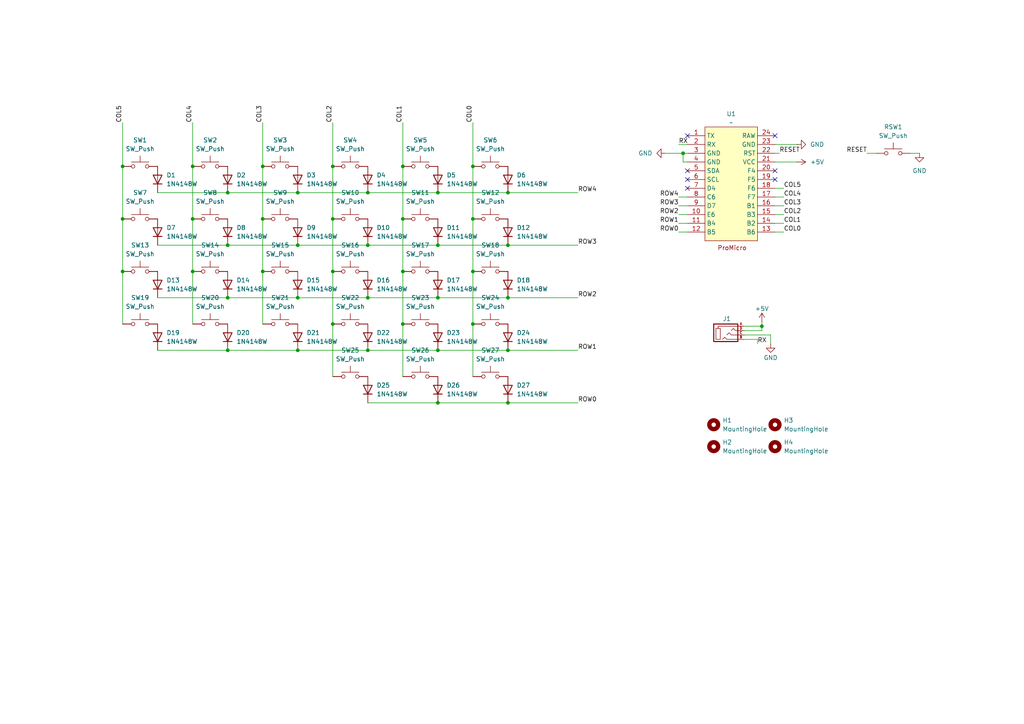
<source format=kicad_sch>
(kicad_sch (version 20231120) (generator "eeschema") (generator_version "8.0")
  (paper "A4")
  (title_block (title "Calico") (date "2024-12-08"))
  (lib_symbols
    (symbol "Diode:1N4148W" (pin_numbers hide) (pin_names hide)
      (property "Reference" "D" (at 0 2.54 0))
      (property "Value" "1N4148W" (at 0 -2.54 0))
      (symbol "1N4148W_0_1"
        (polyline (pts (xy -1.27 1.27) (xy -1.27 -1.27)) (stroke (width 0.254)))
        (polyline (pts (xy 1.27 0) (xy -1.27 0)))
        (polyline (pts (xy 1.27 1.27) (xy 1.27 -1.27) (xy -1.27 0) (xy 1.27 1.27)) (stroke (width 0.254)))
      )
      (symbol "1N4148W_1_1"
        (pin passive line (at -3.81 0 0) (length 2.54) (name "K") (number "1"))
        (pin passive line (at 3.81 0 180) (length 2.54) (name "A") (number "2"))
      )
    )
    (symbol "Mechanical:MountingHole" (pin_names (offset 1.016)) (exclude_from_sim yes) (in_bom no)
      (property "Reference" "H" (at 0 5.08 0))
      (property "Value" "MountingHole" (at 0 3.175 0))
      (symbol "MountingHole_0_1"
        (circle (center 0 0) (radius 1.27) (stroke (width 1.27)))
      )
    )
    (symbol "Switch:SW_Push" (pin_numbers hide) (pin_names (offset 1.016) hide)
      (property "Reference" "SW" (at 1.27 2.54 0))
      (property "Value" "SW_Push" (at 0 -1.524 0))
      (symbol "SW_Push_0_1"
        (circle (center -2.032 0) (radius 0.508))
        (polyline (pts (xy 0 1.27) (xy 0 3.048)))
        (polyline (pts (xy 2.54 1.27) (xy -2.54 1.27)))
        (circle (center 2.032 0) (radius 0.508))
        (pin passive line (at -5.08 0 0) (length 2.54) (name "1") (number "1"))
        (pin passive line (at 5.08 0 180) (length 2.54) (name "2") (number "2"))
      )
    )
    (symbol "calico:MJ-4PP-9-kbd-corne-light-rescue" (pin_names (offset 1.016))
      (property "Reference" "J" (at 0 3.81 0))
      (property "Value" "MJ-4PP-9-kbd-corne-light-rescue" (at 0 -3.81 0))
      (symbol "MJ-4PP-9-kbd-corne-light-rescue_0_1"
        (rectangle (start -1.905 -1.905) (end -3.175 1.27))
        (polyline (pts (xy -2.54 1.27) (xy -2.54 1.905) (xy 3.175 1.905)))
        (polyline (pts (xy -1.27 -1.905) (xy -0.635 -1.27) (xy 0 -1.905) (xy 3.175 -1.905)))
        (polyline (pts (xy 0 -0.635) (xy 0.635 0) (xy 1.27 -0.635) (xy 3.175 -0.635)))
        (polyline (pts (xy 1.27 0.635) (xy 1.905 1.27) (xy 2.54 0.635) (xy 3.175 0.635)))
        (rectangle (start 3.175 2.54) (end -3.81 -2.54) (stroke (width 0.3048)))
      )
      (symbol "MJ-4PP-9-kbd-corne-light-rescue_1_1"
        (pin input line (at 5.08 1.905 180) (length 2.0066) (name "~") (number "A"))
        (pin input line (at 5.08 -1.905 180) (length 2.0066) (name "~") (number "B"))
        (pin input line (at 5.08 -0.635 180) (length 2.0066) (name "~") (number "C"))
        (pin input line (at 5.08 0.635 180) (length 2.0066) (name "~") (number "D"))
      )
    )
    (symbol "calico:ProMicro"
      (property "Reference" "U" (at 0.254 -0.508 0))
      (symbol "ProMicro_0_1"
        (rectangle (start -7.62 15.24) (end 7.62 -17.78) (fill (type background)))
      )
      (symbol "ProMicro_1_1"
        (text "ProMicro" (at 0.254 -19.812 0) (effects (font (size 1.27 1.27))))
        (pin passive line (at -12.7 12.7 0) (length 5.08) (name "TX") (number "1"))
        (pin passive line (at -12.7 -10.16 0) (length 5.08) (name "E6") (number "10"))
        (pin passive line (at -12.7 -12.7 0) (length 5.08) (name "B4") (number "11"))
        (pin passive line (at -12.7 -15.24 0) (length 5.08) (name "B5") (number "12"))
        (pin passive line (at 12.7 -15.24 180) (length 5.08) (name "B6") (number "13"))
        (pin passive line (at 12.7 -12.7 180) (length 5.08) (name "B2") (number "14"))
        (pin passive line (at 12.7 -10.16 180) (length 5.08) (name "B3") (number "15"))
        (pin passive line (at 12.7 -7.62 180) (length 5.08) (name "B1") (number "16"))
        (pin passive line (at 12.7 -5.08 180) (length 5.08) (name "F7") (number "17"))
        (pin passive line (at 12.7 -2.54 180) (length 5.08) (name "F6") (number "18"))
        (pin passive line (at 12.7 0 180) (length 5.08) (name "F5") (number "19"))
        (pin passive line (at -12.7 10.16 0) (length 5.08) (name "RX") (number "2"))
        (pin passive line (at 12.7 2.54 180) (length 5.08) (name "F4") (number "20"))
        (pin passive line (at 12.7 5.08 180) (length 5.08) (name "VCC") (number "21"))
        (pin passive line (at 12.7 7.62 180) (length 5.08) (name "RST") (number "22"))
        (pin passive line (at 12.7 10.16 180) (length 5.08) (name "GND") (number "23"))
        (pin passive line (at 12.7 12.7 180) (length 5.08) (name "RAW") (number "24"))
        (pin passive line (at -12.7 7.62 0) (length 5.08) (name "GND") (number "3"))
        (pin passive line (at -12.7 5.08 0) (length 5.08) (name "GND") (number "4"))
        (pin passive line (at -12.7 2.54 0) (length 5.08) (name "SDA") (number "5"))
        (pin passive line (at -12.7 0 0) (length 5.08) (name "SCL") (number "6"))
        (pin passive line (at -12.7 -2.54 0) (length 5.08) (name "D4") (number "7"))
        (pin passive line (at -12.7 -5.08 0) (length 5.08) (name "C6") (number "8"))
        (pin passive line (at -12.7 -7.62 0) (length 5.08) (name "D7") (number "9"))
      )
    )
    (symbol "power:+5V" (power) (pin_numbers hide) (pin_names (offset 0) hide)
      (property "Value" "+5V" (at 0 3.556 0))
      (symbol "+5V_0_1"
        (polyline (pts (xy -0.762 1.27) (xy 0 2.54)))
        (polyline (pts (xy 0 0) (xy 0 2.54)))
        (polyline (pts (xy 0 2.54) (xy 0.762 1.27)))
      )
      (symbol "+5V_1_1"
        (pin power_in line (at 0 0 90) (length 0) (name "~") (number "1"))
      )
    )
    (symbol "power:GND" (power) (pin_numbers hide) (pin_names (offset 0) hide)
      (property "Value" "GND" (at 0 -3.81 0))
      (symbol "GND_0_1"
        (polyline (pts (xy 0 0) (xy 0 -1.27) (xy 1.27 -1.27) (xy 0 -2.54) (xy -1.27 -1.27) (xy 0 -1.27)))
      )
      (symbol "GND_1_1"
        (pin power_in line (at 0 0 270) (length 0) (name "~") (number "1"))
      )
    )
  )
  (junction (at 66.04 71.12))
  (junction (at 137.16 48.26))
  (junction (at 106.68 101.6))
  (junction (at 55.88 78.74))
  (junction (at 76.2 48.26))
  (junction (at 96.52 48.26))
  (junction (at 147.32 101.6))
  (junction (at 116.84 63.5))
  (junction (at 55.88 63.5))
  (junction (at 116.84 48.26))
  (junction (at 106.68 55.88))
  (junction (at 127 101.6))
  (junction (at 127 86.36))
  (junction (at 147.32 55.88))
  (junction (at 137.16 63.5))
  (junction (at 86.36 101.6))
  (junction (at 55.88 48.26))
  (junction (at 35.56 63.5))
  (junction (at 76.2 63.5))
  (junction (at 127 116.84))
  (junction (at 66.04 101.6))
  (junction (at 220.98 94.615))
  (junction (at 35.56 48.26))
  (junction (at 35.56 78.74))
  (junction (at 66.04 86.36))
  (junction (at 96.52 93.98))
  (junction (at 86.36 86.36))
  (junction (at 147.32 116.84))
  (junction (at 127 55.88))
  (junction (at 127 71.12))
  (junction (at 137.16 78.74))
  (junction (at 106.68 86.36))
  (junction (at 147.32 86.36))
  (junction (at 76.2 78.74))
  (junction (at 198.12 44.45))
  (junction (at 86.36 55.88))
  (junction (at 96.52 78.74))
  (junction (at 116.84 93.98))
  (junction (at 96.52 63.5))
  (junction (at 116.84 78.74))
  (junction (at 106.68 71.12))
  (junction (at 137.16 93.98))
  (junction (at 86.36 71.12))
  (junction (at 147.32 71.12))
  (junction (at 66.04 55.88))
  (no_connect (at 224.79 49.53))
  (no_connect (at 199.39 54.61))
  (no_connect (at 199.39 39.37))
  (no_connect (at 199.39 49.53))
  (no_connect (at 224.79 39.37))
  (no_connect (at 199.39 52.07))
  (no_connect (at 224.79 52.07))
  (wire (pts (xy 76.2 63.5) (xy 76.2 78.74)))
  (wire (pts (xy 264.16 44.45) (xy 266.7 44.45)))
  (wire (pts (xy 45.72 101.6) (xy 66.04 101.6)))
  (wire (pts (xy 106.68 71.12) (xy 127 71.12)))
  (wire (pts (xy 96.52 35.56) (xy 96.52 48.26)))
  (wire (pts (xy 116.84 48.26) (xy 116.84 63.5)))
  (wire (pts (xy 127 71.12) (xy 147.32 71.12)))
  (wire (pts (xy 224.79 54.61) (xy 227.33 54.61)))
  (wire (pts (xy 55.88 63.5) (xy 55.88 78.74)))
  (wire (pts (xy 35.56 63.5) (xy 35.56 78.74)))
  (wire (pts (xy 223.52 97.155) (xy 223.52 99.695)))
  (wire (pts (xy 116.84 93.98) (xy 116.84 109.22)))
  (wire (pts (xy 55.88 48.26) (xy 55.88 63.5)))
  (wire (pts (xy 147.32 86.36) (xy 167.64 86.36)))
  (wire (pts (xy 127 116.84) (xy 147.32 116.84)))
  (wire (pts (xy 86.36 101.6) (xy 106.68 101.6)))
  (wire (pts (xy 55.88 78.74) (xy 55.88 93.98)))
  (wire (pts (xy 116.84 35.56) (xy 116.84 48.26)))
  (wire (pts (xy 224.79 62.23) (xy 227.33 62.23)))
  (wire (pts (xy 220.98 95.885) (xy 220.98 94.615)))
  (wire (pts (xy 147.32 71.12) (xy 167.64 71.12)))
  (wire (pts (xy 45.72 86.36) (xy 66.04 86.36)))
  (wire (pts (xy 196.85 62.23) (xy 199.39 62.23)))
  (wire (pts (xy 137.16 48.26) (xy 137.16 63.5)))
  (wire (pts (xy 127 86.36) (xy 147.32 86.36)))
  (wire (pts (xy 66.04 71.12) (xy 86.36 71.12)))
  (wire (pts (xy 199.39 46.99) (xy 198.12 46.99)))
  (wire (pts (xy 86.36 55.88) (xy 106.68 55.88)))
  (wire (pts (xy 193.04 44.45) (xy 198.12 44.45)))
  (wire (pts (xy 196.85 41.91) (xy 199.39 41.91)))
  (wire (pts (xy 66.04 101.6) (xy 86.36 101.6)))
  (wire (pts (xy 224.79 41.91) (xy 231.14 41.91)))
  (wire (pts (xy 45.72 71.12) (xy 66.04 71.12)))
  (wire (pts (xy 147.32 55.88) (xy 167.64 55.88)))
  (wire (pts (xy 224.79 67.31) (xy 227.33 67.31)))
  (wire (pts (xy 137.16 35.56) (xy 137.16 48.26)))
  (wire (pts (xy 106.68 101.6) (xy 127 101.6)))
  (wire (pts (xy 224.79 44.45) (xy 226.06 44.45)))
  (wire (pts (xy 127 55.88) (xy 147.32 55.88)))
  (wire (pts (xy 66.04 86.36) (xy 86.36 86.36)))
  (wire (pts (xy 219.71 98.425) (xy 215.9 98.425)))
  (wire (pts (xy 137.16 93.98) (xy 137.16 109.22)))
  (wire (pts (xy 106.68 55.88) (xy 127 55.88)))
  (wire (pts (xy 96.52 48.26) (xy 96.52 63.5)))
  (wire (pts (xy 35.56 35.56) (xy 35.56 48.26)))
  (wire (pts (xy 219.71 99.695) (xy 219.71 98.425)))
  (wire (pts (xy 96.52 93.98) (xy 96.52 109.22)))
  (wire (pts (xy 224.79 64.77) (xy 227.33 64.77)))
  (wire (pts (xy 196.85 67.31) (xy 199.39 67.31)))
  (wire (pts (xy 137.16 63.5) (xy 137.16 78.74)))
  (wire (pts (xy 116.84 63.5) (xy 116.84 78.74)))
  (wire (pts (xy 76.2 35.56) (xy 76.2 48.26)))
  (wire (pts (xy 106.68 86.36) (xy 127 86.36)))
  (wire (pts (xy 251.46 44.45) (xy 254 44.45)))
  (wire (pts (xy 224.79 46.99) (xy 231.14 46.99)))
  (wire (pts (xy 220.98 94.615) (xy 220.98 93.345)))
  (wire (pts (xy 224.79 59.69) (xy 227.33 59.69)))
  (wire (pts (xy 224.79 57.15) (xy 227.33 57.15)))
  (wire (pts (xy 55.88 35.56) (xy 55.88 48.26)))
  (wire (pts (xy 196.85 57.15) (xy 199.39 57.15)))
  (wire (pts (xy 215.9 94.615) (xy 220.98 94.615)))
  (wire (pts (xy 96.52 78.74) (xy 96.52 93.98)))
  (wire (pts (xy 215.9 97.155) (xy 223.52 97.155)))
  (wire (pts (xy 198.12 44.45) (xy 199.39 44.45)))
  (wire (pts (xy 137.16 78.74) (xy 137.16 93.98)))
  (wire (pts (xy 147.32 116.84) (xy 167.64 116.84)))
  (wire (pts (xy 35.56 48.26) (xy 35.56 63.5)))
  (wire (pts (xy 76.2 78.74) (xy 76.2 93.98)))
  (wire (pts (xy 196.85 64.77) (xy 199.39 64.77)))
  (wire (pts (xy 116.84 78.74) (xy 116.84 93.98)))
  (wire (pts (xy 106.68 116.84) (xy 127 116.84)))
  (wire (pts (xy 76.2 48.26) (xy 76.2 63.5)))
  (wire (pts (xy 147.32 101.6) (xy 167.64 101.6)))
  (wire (pts (xy 35.56 78.74) (xy 35.56 93.98)))
  (wire (pts (xy 127 101.6) (xy 147.32 101.6)))
  (wire (pts (xy 86.36 86.36) (xy 106.68 86.36)))
  (wire (pts (xy 96.52 63.5) (xy 96.52 78.74)))
  (wire (pts (xy 198.12 46.99) (xy 198.12 44.45)))
  (wire (pts (xy 66.04 55.88) (xy 86.36 55.88)))
  (wire (pts (xy 215.9 95.885) (xy 220.98 95.885)))
  (wire (pts (xy 196.85 59.69) (xy 199.39 59.69)))
  (wire (pts (xy 86.36 71.12) (xy 106.68 71.12)))
  (wire (pts (xy 45.72 55.88) (xy 66.04 55.88)))
  (label "RX" (at 196.85 41.91 0))
  (label "RESET" (at 251.46 44.45 180))
  (label "ROW4" (at 167.64 55.88 0))
  (label "COL2" (at 227.33 62.23 0))
  (label "COL3" (at 227.33 59.69 0))
  (label "COL4" (at 227.33 57.15 0))
  (label "COL5" (at 35.56 35.56 90))
  (label "ROW3" (at 196.85 59.69 180))
  (label "ROW3" (at 167.64 71.12 0))
  (label "COL0" (at 137.16 35.56 90))
  (label "COL2" (at 96.52 35.56 90))
  (label "ROW4" (at 196.85 57.15 180))
  (label "ROW1" (at 196.85 64.77 180))
  (label "COL0" (at 227.33 67.31 0))
  (label "ROW2" (at 196.85 62.23 180))
  (label "ROW2" (at 167.64 86.36 0))
  (label "ROW0" (at 196.85 67.31 180))
  (label "COL5" (at 227.33 54.61 0))
  (label "COL3" (at 76.2 35.56 90))
  (label "COL1" (at 227.33 64.77 0))
  (label "RX" (at 219.71 99.695 0))
  (label "COL4" (at 55.88 35.56 90))
  (label "ROW1" (at 167.64 101.6 0))
  (label "ROW0" (at 167.64 116.84 0))
  (label "COL1" (at 116.84 35.56 90))
  (label "RESET" (at 226.06 44.45 0))
  (symbol (lib_id "Diode:1N4148W") (at 66.04 52.07 90) (unit 1)
    (property "Reference" "D2" (at 68.58 50.7999 90) (effects (justify right)))
    (property "Value" "1N4148W" (at 68.58 53.3399 90) (effects (justify right)))
    (property "Footprint" "calico:D3_SMD_modified" (effects (hide yes)))
    (property "Datasheet" "https://www.vishay.com/docs/85748/1n4148w.pdf" (effects (hide yes)))
    (property "Description" "75V 0.15A Fast Switching Diode, SOD-123" (effects (hide yes)))
    (property "Sim.Device" "D" (effects (hide yes)))
    (property "Sim.Pins" "1=K 2=A" (effects (hide yes)))
  )
  (symbol (lib_id "Diode:1N4148W") (at 127 52.07 90) (unit 1)
    (property "Reference" "D5" (at 129.54 50.7999 90) (effects (justify right)))
    (property "Value" "1N4148W" (at 129.54 53.3399 90) (effects (justify right)))
    (property "Footprint" "calico:D3_SMD_modified" (effects (hide yes)))
    (property "Datasheet" "https://www.vishay.com/docs/85748/1n4148w.pdf" (effects (hide yes)))
    (property "Description" "75V 0.15A Fast Switching Diode, SOD-123" (effects (hide yes)))
    (property "Sim.Device" "D" (effects (hide yes)))
    (property "Sim.Pins" "1=K 2=A" (effects (hide yes)))
  )
  (symbol (lib_id "power:+5V") (at 220.98 93.345 0) (unit 1)
    (property "Reference" "#PWR05" (effects (hide yes)))
    (property "Value" "+5V" (at 220.98 89.535 0))
    (property "Description" "Power symbol creates a global label with name \"+5V\"" (effects (hide yes)))
  )
  (symbol (lib_id "Switch:SW_Push") (at 81.28 48.26 0) (unit 1)
    (property "Reference" "SW3" (at 81.28 40.64 0))
    (property "Value" "SW_Push" (at 81.28 43.18 0))
    (property "Footprint" "calico:Kailh_socket_PG1350_reversible" (effects (hide yes)))
    (property "Description" "Push button switch, generic, two pins" (effects (hide yes)))
  )
  (symbol (lib_id "Switch:SW_Push") (at 121.92 78.74 0) (unit 1)
    (property "Reference" "SW17" (at 121.92 71.12 0))
    (property "Value" "SW_Push" (at 121.92 73.66 0))
    (property "Footprint" "calico:Kailh_socket_PG1350_reversible" (effects (hide yes)))
    (property "Description" "Push button switch, generic, two pins" (effects (hide yes)))
  )
  (symbol (lib_id "Switch:SW_Push") (at 40.64 78.74 0) (unit 1)
    (property "Reference" "SW13" (at 40.64 71.12 0))
    (property "Value" "SW_Push" (at 40.64 73.66 0))
    (property "Footprint" "calico:Kailh_socket_PG1350_reversible" (effects (hide yes)))
    (property "Description" "Push button switch, generic, two pins" (effects (hide yes)))
  )
  (symbol (lib_id "Diode:1N4148W") (at 45.72 82.55 90) (unit 1)
    (property "Reference" "D13" (at 48.26 81.2799 90) (effects (justify right)))
    (property "Value" "1N4148W" (at 48.26 83.8199 90) (effects (justify right)))
    (property "Footprint" "calico:D3_SMD_modified" (effects (hide yes)))
    (property "Datasheet" "https://www.vishay.com/docs/85748/1n4148w.pdf" (effects (hide yes)))
    (property "Description" "75V 0.15A Fast Switching Diode, SOD-123" (effects (hide yes)))
    (property "Sim.Device" "D" (effects (hide yes)))
    (property "Sim.Pins" "1=K 2=A" (effects (hide yes)))
  )
  (symbol (lib_id "calico:ProMicro") (at 212.09 52.07 0) (unit 1)
    (property "Reference" "U1" (at 212.09 33.02 0))
    (property "Value" "~" (at 212.09 35.56 0))
    (property "Footprint" "calico:ProMicro_jumpers" (effects (hide yes)))
  )
  (symbol (lib_id "Diode:1N4148W") (at 86.36 52.07 90) (unit 1)
    (property "Reference" "D3" (at 88.9 50.7999 90) (effects (justify right)))
    (property "Value" "1N4148W" (at 88.9 53.3399 90) (effects (justify right)))
    (property "Footprint" "calico:D3_SMD_modified" (effects (hide yes)))
    (property "Datasheet" "https://www.vishay.com/docs/85748/1n4148w.pdf" (effects (hide yes)))
    (property "Description" "75V 0.15A Fast Switching Diode, SOD-123" (effects (hide yes)))
    (property "Sim.Device" "D" (effects (hide yes)))
    (property "Sim.Pins" "1=K 2=A" (effects (hide yes)))
  )
  (symbol (lib_id "power:GND") (at 223.52 99.695 0) (unit 1)
    (property "Reference" "#PWR06" (effects (hide yes)))
    (property "Value" "GND" (at 223.52 103.759 0))
    (property "Description" "Power symbol creates a global label with name \"GND\" , ground" (effects (hide yes)))
  )
  (symbol (lib_id "Mechanical:MountingHole") (at 207.01 123.19 0) (unit 1) (exclude_from_sim yes) (in_bom no)
    (property "Reference" "H1" (at 209.55 121.9199 0) (effects (justify left)))
    (property "Value" "MountingHole" (at 209.55 124.4599 0) (effects (justify left)))
    (property "Footprint" "MountingHole:MountingHole_2.2mm_M2_ISO7380_Pad_TopBottom" (effects (hide yes)))
    (property "Description" "Mounting Hole without connection" (effects (hide yes)))
  )
  (symbol (lib_id "Switch:SW_Push") (at 101.6 78.74 0) (unit 1)
    (property "Reference" "SW16" (at 101.6 71.12 0))
    (property "Value" "SW_Push" (at 101.6 73.66 0))
    (property "Footprint" "calico:Kailh_socket_PG1350_reversible" (effects (hide yes)))
    (property "Description" "Push button switch, generic, two pins" (effects (hide yes)))
  )
  (symbol (lib_id "Diode:1N4148W") (at 127 113.03 90) (unit 1)
    (property "Reference" "D26" (at 129.54 111.7599 90) (effects (justify right)))
    (property "Value" "1N4148W" (at 129.54 114.2999 90) (effects (justify right)))
    (property "Footprint" "calico:D3_SMD_modified" (effects (hide yes)))
    (property "Datasheet" "https://www.vishay.com/docs/85748/1n4148w.pdf" (effects (hide yes)))
    (property "Description" "75V 0.15A Fast Switching Diode, SOD-123" (effects (hide yes)))
    (property "Sim.Device" "D" (effects (hide yes)))
    (property "Sim.Pins" "1=K 2=A" (effects (hide yes)))
  )
  (symbol (lib_id "Switch:SW_Push") (at 121.92 109.22 0) (unit 1)
    (property "Reference" "SW26" (at 121.92 101.6 0))
    (property "Value" "SW_Push" (at 121.92 104.14 0))
    (property "Footprint" "calico:Kailh_socket_PG1350_reversible" (effects (hide yes)))
    (property "Description" "Push button switch, generic, two pins" (effects (hide yes)))
  )
  (symbol (lib_id "Switch:SW_Push") (at 121.92 93.98 0) (unit 1)
    (property "Reference" "SW23" (at 121.92 86.36 0))
    (property "Value" "SW_Push" (at 121.92 88.9 0))
    (property "Footprint" "calico:Kailh_socket_PG1350_reversible" (effects (hide yes)))
    (property "Description" "Push button switch, generic, two pins" (effects (hide yes)))
  )
  (symbol (lib_id "Diode:1N4148W") (at 106.68 113.03 90) (unit 1)
    (property "Reference" "D25" (at 109.22 111.7599 90) (effects (justify right)))
    (property "Value" "1N4148W" (at 109.22 114.2999 90) (effects (justify right)))
    (property "Footprint" "calico:D3_SMD_modified" (effects (hide yes)))
    (property "Datasheet" "https://www.vishay.com/docs/85748/1n4148w.pdf" (effects (hide yes)))
    (property "Description" "75V 0.15A Fast Switching Diode, SOD-123" (effects (hide yes)))
    (property "Sim.Device" "D" (effects (hide yes)))
    (property "Sim.Pins" "1=K 2=A" (effects (hide yes)))
  )
  (symbol (lib_id "Switch:SW_Push") (at 40.64 48.26 0) (unit 1)
    (property "Reference" "SW1" (at 40.64 40.64 0))
    (property "Value" "SW_Push" (at 40.64 43.18 0))
    (property "Footprint" "calico:Kailh_socket_PG1350_reversible" (effects (hide yes)))
    (property "Description" "Push button switch, generic, two pins" (effects (hide yes)))
  )
  (symbol (lib_id "Switch:SW_Push") (at 60.96 93.98 0) (unit 1)
    (property "Reference" "SW20" (at 60.96 86.36 0))
    (property "Value" "SW_Push" (at 60.96 88.9 0))
    (property "Footprint" "calico:Kailh_socket_PG1350_reversible" (effects (hide yes)))
    (property "Description" "Push button switch, generic, two pins" (effects (hide yes)))
  )
  (symbol (lib_id "Diode:1N4148W") (at 66.04 67.31 90) (unit 1)
    (property "Reference" "D8" (at 68.58 66.0399 90) (effects (justify right)))
    (property "Value" "1N4148W" (at 68.58 68.5799 90) (effects (justify right)))
    (property "Footprint" "calico:D3_SMD_modified" (effects (hide yes)))
    (property "Datasheet" "https://www.vishay.com/docs/85748/1n4148w.pdf" (effects (hide yes)))
    (property "Description" "75V 0.15A Fast Switching Diode, SOD-123" (effects (hide yes)))
    (property "Sim.Device" "D" (effects (hide yes)))
    (property "Sim.Pins" "1=K 2=A" (effects (hide yes)))
  )
  (symbol (lib_id "Switch:SW_Push") (at 142.24 63.5 0) (unit 1)
    (property "Reference" "SW12" (at 142.24 55.88 0))
    (property "Value" "SW_Push" (at 142.24 58.42 0))
    (property "Footprint" "calico:Kailh_socket_PG1350_reversible" (effects (hide yes)))
    (property "Description" "Push button switch, generic, two pins" (effects (hide yes)))
  )
  (symbol (lib_id "Diode:1N4148W") (at 147.32 82.55 90) (unit 1)
    (property "Reference" "D18" (at 149.86 81.2799 90) (effects (justify right)))
    (property "Value" "1N4148W" (at 149.86 83.8199 90) (effects (justify right)))
    (property "Footprint" "calico:D3_SMD_modified" (effects (hide yes)))
    (property "Datasheet" "https://www.vishay.com/docs/85748/1n4148w.pdf" (effects (hide yes)))
    (property "Description" "75V 0.15A Fast Switching Diode, SOD-123" (effects (hide yes)))
    (property "Sim.Device" "D" (effects (hide yes)))
    (property "Sim.Pins" "1=K 2=A" (effects (hide yes)))
  )
  (symbol (lib_id "Diode:1N4148W") (at 147.32 67.31 90) (unit 1)
    (property "Reference" "D12" (at 149.86 66.0399 90) (effects (justify right)))
    (property "Value" "1N4148W" (at 149.86 68.5799 90) (effects (justify right)))
    (property "Footprint" "calico:D3_SMD_modified" (effects (hide yes)))
    (property "Datasheet" "https://www.vishay.com/docs/85748/1n4148w.pdf" (effects (hide yes)))
    (property "Description" "75V 0.15A Fast Switching Diode, SOD-123" (effects (hide yes)))
    (property "Sim.Device" "D" (effects (hide yes)))
    (property "Sim.Pins" "1=K 2=A" (effects (hide yes)))
  )
  (symbol (lib_id "Switch:SW_Push") (at 101.6 63.5 0) (unit 1)
    (property "Reference" "SW10" (at 101.6 55.88 0))
    (property "Value" "SW_Push" (at 101.6 58.42 0))
    (property "Footprint" "calico:Kailh_socket_PG1350_reversible" (effects (hide yes)))
    (property "Description" "Push button switch, generic, two pins" (effects (hide yes)))
  )
  (symbol (lib_id "Diode:1N4148W") (at 66.04 82.55 90) (unit 1)
    (property "Reference" "D14" (at 68.58 81.2799 90) (effects (justify right)))
    (property "Value" "1N4148W" (at 68.58 83.8199 90) (effects (justify right)))
    (property "Footprint" "calico:D3_SMD_modified" (effects (hide yes)))
    (property "Datasheet" "https://www.vishay.com/docs/85748/1n4148w.pdf" (effects (hide yes)))
    (property "Description" "75V 0.15A Fast Switching Diode, SOD-123" (effects (hide yes)))
    (property "Sim.Device" "D" (effects (hide yes)))
    (property "Sim.Pins" "1=K 2=A" (effects (hide yes)))
  )
  (symbol (lib_id "power:GND") (at 266.7 44.45 0) (unit 1)
    (property "Reference" "#PWR04" (effects (hide yes)))
    (property "Value" "GND" (at 266.7 49.53 0))
    (property "Description" "Power symbol creates a global label with name \"GND\" , ground" (effects (hide yes)))
  )
  (symbol (lib_id "Diode:1N4148W") (at 127 82.55 90) (unit 1)
    (property "Reference" "D17" (at 129.54 81.2799 90) (effects (justify right)))
    (property "Value" "1N4148W" (at 129.54 83.8199 90) (effects (justify right)))
    (property "Footprint" "calico:D3_SMD_modified" (effects (hide yes)))
    (property "Datasheet" "https://www.vishay.com/docs/85748/1n4148w.pdf" (effects (hide yes)))
    (property "Description" "75V 0.15A Fast Switching Diode, SOD-123" (effects (hide yes)))
    (property "Sim.Device" "D" (effects (hide yes)))
    (property "Sim.Pins" "1=K 2=A" (effects (hide yes)))
  )
  (symbol (lib_id "Diode:1N4148W") (at 106.68 67.31 90) (unit 1)
    (property "Reference" "D10" (at 109.22 66.0399 90) (effects (justify right)))
    (property "Value" "1N4148W" (at 109.22 68.5799 90) (effects (justify right)))
    (property "Footprint" "calico:D3_SMD_modified" (effects (hide yes)))
    (property "Datasheet" "https://www.vishay.com/docs/85748/1n4148w.pdf" (effects (hide yes)))
    (property "Description" "75V 0.15A Fast Switching Diode, SOD-123" (effects (hide yes)))
    (property "Sim.Device" "D" (effects (hide yes)))
    (property "Sim.Pins" "1=K 2=A" (effects (hide yes)))
  )
  (symbol (lib_id "Switch:SW_Push") (at 40.64 93.98 0) (unit 1)
    (property "Reference" "SW19" (at 40.64 86.36 0))
    (property "Value" "SW_Push" (at 40.64 88.9 0))
    (property "Footprint" "calico:Kailh_socket_PG1350_reversible" (effects (hide yes)))
    (property "Description" "Push button switch, generic, two pins" (effects (hide yes)))
  )
  (symbol (lib_id "Switch:SW_Push") (at 142.24 78.74 0) (unit 1)
    (property "Reference" "SW18" (at 142.24 71.12 0))
    (property "Value" "SW_Push" (at 142.24 73.66 0))
    (property "Footprint" "calico:Kailh_socket_PG1350_reversible" (effects (hide yes)))
    (property "Description" "Push button switch, generic, two pins" (effects (hide yes)))
  )
  (symbol (lib_id "Switch:SW_Push") (at 101.6 109.22 0) (unit 1)
    (property "Reference" "SW25" (at 101.6 101.6 0))
    (property "Value" "SW_Push" (at 101.6 104.14 0))
    (property "Footprint" "calico:Kailh_socket_PG1350_reversible" (effects (hide yes)))
    (property "Description" "Push button switch, generic, two pins" (effects (hide yes)))
  )
  (symbol (lib_id "Switch:SW_Push") (at 142.24 93.98 0) (unit 1)
    (property "Reference" "SW24" (at 142.24 86.36 0))
    (property "Value" "SW_Push" (at 142.24 88.9 0))
    (property "Footprint" "calico:Kailh_socket_PG1350_reversible" (effects (hide yes)))
    (property "Description" "Push button switch, generic, two pins" (effects (hide yes)))
  )
  (symbol (lib_id "power:+5V") (at 231.14 46.99 270) (unit 1)
    (property "Reference" "#PWR03" (effects (hide yes)))
    (property "Value" "+5V" (at 234.95 46.9899 90) (effects (justify left)))
    (property "Description" "Power symbol creates a global label with name \"+5V\"" (effects (hide yes)))
  )
  (symbol (lib_id "Switch:SW_Push") (at 60.96 63.5 0) (unit 1)
    (property "Reference" "SW8" (at 60.96 55.88 0))
    (property "Value" "SW_Push" (at 60.96 58.42 0))
    (property "Footprint" "calico:Kailh_socket_PG1350_reversible" (effects (hide yes)))
    (property "Description" "Push button switch, generic, two pins" (effects (hide yes)))
  )
  (symbol (lib_id "Switch:SW_Push") (at 121.92 48.26 0) (unit 1)
    (property "Reference" "SW5" (at 121.92 40.64 0))
    (property "Value" "SW_Push" (at 121.92 43.18 0))
    (property "Footprint" "calico:Kailh_socket_PG1350_reversible" (effects (hide yes)))
    (property "Description" "Push button switch, generic, two pins" (effects (hide yes)))
  )
  (symbol (lib_id "Diode:1N4148W") (at 45.72 67.31 90) (unit 1)
    (property "Reference" "D7" (at 48.26 66.0399 90) (effects (justify right)))
    (property "Value" "1N4148W" (at 48.26 68.5799 90) (effects (justify right)))
    (property "Footprint" "calico:D3_SMD_modified" (effects (hide yes)))
    (property "Datasheet" "https://www.vishay.com/docs/85748/1n4148w.pdf" (effects (hide yes)))
    (property "Description" "75V 0.15A Fast Switching Diode, SOD-123" (effects (hide yes)))
    (property "Sim.Device" "D" (effects (hide yes)))
    (property "Sim.Pins" "1=K 2=A" (effects (hide yes)))
  )
  (symbol (lib_id "Diode:1N4148W") (at 66.04 97.79 90) (unit 1)
    (property "Reference" "D20" (at 68.58 96.5199 90) (effects (justify right)))
    (property "Value" "1N4148W" (at 68.58 99.0599 90) (effects (justify right)))
    (property "Footprint" "calico:D3_SMD_modified" (effects (hide yes)))
    (property "Datasheet" "https://www.vishay.com/docs/85748/1n4148w.pdf" (effects (hide yes)))
    (property "Description" "75V 0.15A Fast Switching Diode, SOD-123" (effects (hide yes)))
    (property "Sim.Device" "D" (effects (hide yes)))
    (property "Sim.Pins" "1=K 2=A" (effects (hide yes)))
  )
  (symbol (lib_id "Diode:1N4148W") (at 127 97.79 90) (unit 1)
    (property "Reference" "D23" (at 129.54 96.5199 90) (effects (justify right)))
    (property "Value" "1N4148W" (at 129.54 99.0599 90) (effects (justify right)))
    (property "Footprint" "calico:D3_SMD_modified" (effects (hide yes)))
    (property "Datasheet" "https://www.vishay.com/docs/85748/1n4148w.pdf" (effects (hide yes)))
    (property "Description" "75V 0.15A Fast Switching Diode, SOD-123" (effects (hide yes)))
    (property "Sim.Device" "D" (effects (hide yes)))
    (property "Sim.Pins" "1=K 2=A" (effects (hide yes)))
  )
  (symbol (lib_id "Switch:SW_Push") (at 81.28 93.98 0) (unit 1)
    (property "Reference" "SW21" (at 81.28 86.36 0))
    (property "Value" "SW_Push" (at 81.28 88.9 0))
    (property "Footprint" "calico:Kailh_socket_PG1350_reversible" (effects (hide yes)))
    (property "Description" "Push button switch, generic, two pins" (effects (hide yes)))
  )
  (symbol (lib_id "Diode:1N4148W") (at 106.68 97.79 90) (unit 1)
    (property "Reference" "D22" (at 109.22 96.5199 90) (effects (justify right)))
    (property "Value" "1N4148W" (at 109.22 99.0599 90) (effects (justify right)))
    (property "Footprint" "calico:D3_SMD_modified" (effects (hide yes)))
    (property "Datasheet" "https://www.vishay.com/docs/85748/1n4148w.pdf" (effects (hide yes)))
    (property "Description" "75V 0.15A Fast Switching Diode, SOD-123" (effects (hide yes)))
    (property "Sim.Device" "D" (effects (hide yes)))
    (property "Sim.Pins" "1=K 2=A" (effects (hide yes)))
  )
  (symbol (lib_id "Switch:SW_Push") (at 101.6 93.98 0) (unit 1)
    (property "Reference" "SW22" (at 101.6 86.36 0))
    (property "Value" "SW_Push" (at 101.6 88.9 0))
    (property "Footprint" "calico:Kailh_socket_PG1350_reversible" (effects (hide yes)))
    (property "Description" "Push button switch, generic, two pins" (effects (hide yes)))
  )
  (symbol (lib_id "Mechanical:MountingHole") (at 224.79 129.54 0) (unit 1) (exclude_from_sim yes) (in_bom no)
    (property "Reference" "H4" (at 227.33 128.2699 0) (effects (justify left)))
    (property "Value" "MountingHole" (at 227.33 130.8099 0) (effects (justify left)))
    (property "Footprint" "MountingHole:MountingHole_2.2mm_M2_ISO7380_Pad_TopBottom" (effects (hide yes)))
    (property "Description" "Mounting Hole without connection" (effects (hide yes)))
  )
  (symbol (lib_id "Diode:1N4148W") (at 147.32 52.07 90) (unit 1)
    (property "Reference" "D6" (at 149.86 50.7999 90) (effects (justify right)))
    (property "Value" "1N4148W" (at 149.86 53.3399 90) (effects (justify right)))
    (property "Footprint" "calico:D3_SMD_modified" (effects (hide yes)))
    (property "Datasheet" "https://www.vishay.com/docs/85748/1n4148w.pdf" (effects (hide yes)))
    (property "Description" "75V 0.15A Fast Switching Diode, SOD-123" (effects (hide yes)))
    (property "Sim.Device" "D" (effects (hide yes)))
    (property "Sim.Pins" "1=K 2=A" (effects (hide yes)))
  )
  (symbol (lib_id "Mechanical:MountingHole") (at 207.01 129.54 0) (unit 1) (exclude_from_sim yes) (in_bom no)
    (property "Reference" "H2" (at 209.55 128.2699 0) (effects (justify left)))
    (property "Value" "MountingHole" (at 209.55 130.8099 0) (effects (justify left)))
    (property "Footprint" "MountingHole:MountingHole_2.2mm_M2_ISO7380_Pad_TopBottom" (effects (hide yes)))
    (property "Description" "Mounting Hole without connection" (effects (hide yes)))
  )
  (symbol (lib_id "Switch:SW_Push") (at 81.28 78.74 0) (unit 1)
    (property "Reference" "SW15" (at 81.28 71.12 0))
    (property "Value" "SW_Push" (at 81.28 73.66 0))
    (property "Footprint" "calico:Kailh_socket_PG1350_reversible" (effects (hide yes)))
    (property "Description" "Push button switch, generic, two pins" (effects (hide yes)))
  )
  (symbol (lib_id "Diode:1N4148W") (at 86.36 82.55 90) (unit 1)
    (property "Reference" "D15" (at 88.9 81.2799 90) (effects (justify right)))
    (property "Value" "1N4148W" (at 88.9 83.8199 90) (effects (justify right)))
    (property "Footprint" "calico:D3_SMD_modified" (effects (hide yes)))
    (property "Datasheet" "https://www.vishay.com/docs/85748/1n4148w.pdf" (effects (hide yes)))
    (property "Description" "75V 0.15A Fast Switching Diode, SOD-123" (effects (hide yes)))
    (property "Sim.Device" "D" (effects (hide yes)))
    (property "Sim.Pins" "1=K 2=A" (effects (hide yes)))
  )
  (symbol (lib_id "Mechanical:MountingHole") (at 224.79 123.19 0) (unit 1) (exclude_from_sim yes) (in_bom no)
    (property "Reference" "H3" (at 227.33 121.9199 0) (effects (justify left)))
    (property "Value" "MountingHole" (at 227.33 124.4599 0) (effects (justify left)))
    (property "Footprint" "MountingHole:MountingHole_2.2mm_M2_ISO7380_Pad_TopBottom" (effects (hide yes)))
    (property "Description" "Mounting Hole without connection" (effects (hide yes)))
  )
  (symbol (lib_id "Diode:1N4148W") (at 106.68 82.55 90) (unit 1)
    (property "Reference" "D16" (at 109.22 81.2799 90) (effects (justify right)))
    (property "Value" "1N4148W" (at 109.22 83.8199 90) (effects (justify right)))
    (property "Footprint" "calico:D3_SMD_modified" (effects (hide yes)))
    (property "Datasheet" "https://www.vishay.com/docs/85748/1n4148w.pdf" (effects (hide yes)))
    (property "Description" "75V 0.15A Fast Switching Diode, SOD-123" (effects (hide yes)))
    (property "Sim.Device" "D" (effects (hide yes)))
    (property "Sim.Pins" "1=K 2=A" (effects (hide yes)))
  )
  (symbol (lib_id "Switch:SW_Push") (at 121.92 63.5 0) (unit 1)
    (property "Reference" "SW11" (at 121.92 55.88 0))
    (property "Value" "SW_Push" (at 121.92 58.42 0))
    (property "Footprint" "calico:Kailh_socket_PG1350_reversible" (effects (hide yes)))
    (property "Description" "Push button switch, generic, two pins" (effects (hide yes)))
  )
  (symbol (lib_id "Diode:1N4148W") (at 147.32 113.03 90) (unit 1)
    (property "Reference" "D27" (at 149.86 111.7599 90) (effects (justify right)))
    (property "Value" "1N4148W" (at 149.86 114.2999 90) (effects (justify right)))
    (property "Footprint" "calico:D3_SMD_modified" (effects (hide yes)))
    (property "Datasheet" "https://www.vishay.com/docs/85748/1n4148w.pdf" (effects (hide yes)))
    (property "Description" "75V 0.15A Fast Switching Diode, SOD-123" (effects (hide yes)))
    (property "Sim.Device" "D" (effects (hide yes)))
    (property "Sim.Pins" "1=K 2=A" (effects (hide yes)))
  )
  (symbol (lib_id "Diode:1N4148W") (at 86.36 67.31 90) (unit 1)
    (property "Reference" "D9" (at 88.9 66.0399 90) (effects (justify right)))
    (property "Value" "1N4148W" (at 88.9 68.5799 90) (effects (justify right)))
    (property "Footprint" "calico:D3_SMD_modified" (effects (hide yes)))
    (property "Datasheet" "https://www.vishay.com/docs/85748/1n4148w.pdf" (effects (hide yes)))
    (property "Description" "75V 0.15A Fast Switching Diode, SOD-123" (effects (hide yes)))
    (property "Sim.Device" "D" (effects (hide yes)))
    (property "Sim.Pins" "1=K 2=A" (effects (hide yes)))
  )
  (symbol (lib_id "power:GND") (at 193.04 44.45 270) (unit 1)
    (property "Reference" "#PWR02" (effects (hide yes)))
    (property "Value" "GND" (at 189.23 44.4499 90) (effects (justify right)))
    (property "Description" "Power symbol creates a global label with name \"GND\" , ground" (effects (hide yes)))
  )
  (symbol (lib_id "Switch:SW_Push") (at 81.28 63.5 0) (unit 1)
    (property "Reference" "SW9" (at 81.28 55.88 0))
    (property "Value" "SW_Push" (at 81.28 58.42 0))
    (property "Footprint" "calico:Kailh_socket_PG1350_reversible" (effects (hide yes)))
    (property "Description" "Push button switch, generic, two pins" (effects (hide yes)))
  )
  (symbol (lib_id "Switch:SW_Push") (at 142.24 48.26 0) (unit 1)
    (property "Reference" "SW6" (at 142.24 40.64 0))
    (property "Value" "SW_Push" (at 142.24 43.18 0))
    (property "Footprint" "calico:Kailh_socket_PG1350_reversible" (effects (hide yes)))
    (property "Description" "Push button switch, generic, two pins" (effects (hide yes)))
  )
  (symbol (lib_id "Diode:1N4148W") (at 45.72 52.07 90) (unit 1)
    (property "Reference" "D1" (at 48.26 50.7999 90) (effects (justify right)))
    (property "Value" "1N4148W" (at 48.26 53.3399 90) (effects (justify right)))
    (property "Footprint" "calico:D3_SMD_modified" (effects (hide yes)))
    (property "Datasheet" "https://www.vishay.com/docs/85748/1n4148w.pdf" (effects (hide yes)))
    (property "Description" "75V 0.15A Fast Switching Diode, SOD-123" (effects (hide yes)))
    (property "Sim.Device" "D" (effects (hide yes)))
    (property "Sim.Pins" "1=K 2=A" (effects (hide yes)))
  )
  (symbol (lib_id "Switch:SW_Push") (at 40.64 63.5 0) (unit 1)
    (property "Reference" "SW7" (at 40.64 55.88 0))
    (property "Value" "SW_Push" (at 40.64 58.42 0))
    (property "Footprint" "calico:Kailh_socket_PG1350_reversible" (effects (hide yes)))
    (property "Description" "Push button switch, generic, two pins" (effects (hide yes)))
  )
  (symbol (lib_id "Switch:SW_Push") (at 60.96 48.26 0) (unit 1)
    (property "Reference" "SW2" (at 60.96 40.64 0))
    (property "Value" "SW_Push" (at 60.96 43.18 0))
    (property "Footprint" "calico:Kailh_socket_PG1350_reversible" (effects (hide yes)))
    (property "Description" "Push button switch, generic, two pins" (effects (hide yes)))
  )
  (symbol (lib_id "Switch:SW_Push") (at 142.24 109.22 0) (unit 1)
    (property "Reference" "SW27" (at 142.24 101.6 0))
    (property "Value" "SW_Push" (at 142.24 104.14 0))
    (property "Footprint" "calico:Kailh_socket_PG1350_reversible" (effects (hide yes)))
    (property "Description" "Push button switch, generic, two pins" (effects (hide yes)))
  )
  (symbol (lib_id "Switch:SW_Push") (at 60.96 78.74 0) (unit 1)
    (property "Reference" "SW14" (at 60.96 71.12 0))
    (property "Value" "SW_Push" (at 60.96 73.66 0))
    (property "Footprint" "calico:Kailh_socket_PG1350_reversible" (effects (hide yes)))
    (property "Description" "Push button switch, generic, two pins" (effects (hide yes)))
  )
  (symbol (lib_id "Diode:1N4148W") (at 106.68 52.07 90) (unit 1)
    (property "Reference" "D4" (at 109.22 50.7999 90) (effects (justify right)))
    (property "Value" "1N4148W" (at 109.22 53.3399 90) (effects (justify right)))
    (property "Footprint" "calico:D3_SMD_modified" (effects (hide yes)))
    (property "Datasheet" "https://www.vishay.com/docs/85748/1n4148w.pdf" (effects (hide yes)))
    (property "Description" "75V 0.15A Fast Switching Diode, SOD-123" (effects (hide yes)))
    (property "Sim.Device" "D" (effects (hide yes)))
    (property "Sim.Pins" "1=K 2=A" (effects (hide yes)))
  )
  (symbol (lib_id "calico:MJ-4PP-9-kbd-corne-light-rescue") (at 210.82 96.52 0) (unit 1)
    (property "Reference" "J1" (at 210.82 92.456 0))
    (property "Value" "MJ-4PP-9-kbd-corne-light-rescue" (effects (hide yes)))
    (property "Footprint" "calico:TRRS-3pin_modified" (effects (hide yes)))
  )
  (symbol (lib_id "Diode:1N4148W") (at 86.36 97.79 90) (unit 1)
    (property "Reference" "D21" (at 88.9 96.5199 90) (effects (justify right)))
    (property "Value" "1N4148W" (at 88.9 99.0599 90) (effects (justify right)))
    (property "Footprint" "calico:D3_SMD_modified" (effects (hide yes)))
    (property "Datasheet" "https://www.vishay.com/docs/85748/1n4148w.pdf" (effects (hide yes)))
    (property "Description" "75V 0.15A Fast Switching Diode, SOD-123" (effects (hide yes)))
    (property "Sim.Device" "D" (effects (hide yes)))
    (property "Sim.Pins" "1=K 2=A" (effects (hide yes)))
  )
  (symbol (lib_id "Switch:SW_Push") (at 101.6 48.26 0) (unit 1)
    (property "Reference" "SW4" (at 101.6 40.64 0))
    (property "Value" "SW_Push" (at 101.6 43.18 0))
    (property "Footprint" "calico:Kailh_socket_PG1350_reversible" (effects (hide yes)))
    (property "Description" "Push button switch, generic, two pins" (effects (hide yes)))
  )
  (symbol (lib_id "Switch:SW_Push") (at 259.08 44.45 0) (unit 1)
    (property "Reference" "RSW1" (at 259.08 36.83 0))
    (property "Value" "SW_Push" (at 259.08 39.37 0))
    (property "Footprint" "calico:Reset_modified" (effects (hide yes)))
    (property "Description" "Push button switch, generic, two pins" (effects (hide yes)))
  )
  (symbol (lib_id "Diode:1N4148W") (at 45.72 97.79 90) (unit 1)
    (property "Reference" "D19" (at 48.26 96.5199 90) (effects (justify right)))
    (property "Value" "1N4148W" (at 48.26 99.0599 90) (effects (justify right)))
    (property "Footprint" "calico:D3_SMD_modified" (effects (hide yes)))
    (property "Datasheet" "https://www.vishay.com/docs/85748/1n4148w.pdf" (effects (hide yes)))
    (property "Description" "75V 0.15A Fast Switching Diode, SOD-123" (effects (hide yes)))
    (property "Sim.Device" "D" (effects (hide yes)))
    (property "Sim.Pins" "1=K 2=A" (effects (hide yes)))
  )
  (symbol (lib_id "Diode:1N4148W") (at 127 67.31 90) (unit 1)
    (property "Reference" "D11" (at 129.54 66.0399 90) (effects (justify right)))
    (property "Value" "1N4148W" (at 129.54 68.5799 90) (effects (justify right)))
    (property "Footprint" "calico:D3_SMD_modified" (effects (hide yes)))
    (property "Datasheet" "https://www.vishay.com/docs/85748/1n4148w.pdf" (effects (hide yes)))
    (property "Description" "75V 0.15A Fast Switching Diode, SOD-123" (effects (hide yes)))
    (property "Sim.Device" "D" (effects (hide yes)))
    (property "Sim.Pins" "1=K 2=A" (effects (hide yes)))
  )
  (symbol (lib_id "Diode:1N4148W") (at 147.32 97.79 90) (unit 1)
    (property "Reference" "D24" (at 149.86 96.5199 90) (effects (justify right)))
    (property "Value" "1N4148W" (at 149.86 99.0599 90) (effects (justify right)))
    (property "Footprint" "calico:D3_SMD_modified" (effects (hide yes)))
    (property "Datasheet" "https://www.vishay.com/docs/85748/1n4148w.pdf" (effects (hide yes)))
    (property "Description" "75V 0.15A Fast Switching Diode, SOD-123" (effects (hide yes)))
    (property "Sim.Device" "D" (effects (hide yes)))
    (property "Sim.Pins" "1=K 2=A" (effects (hide yes)))
  )
  (symbol (lib_id "power:GND") (at 231.14 41.91 90) (unit 1)
    (property "Reference" "#PWR01" (effects (hide yes)))
    (property "Value" "GND" (at 234.95 41.9099 90) (effects (justify right)))
    (property "Description" "Power symbol creates a global label with name \"GND\" , ground" (effects (hide yes)))
  )
)
</source>
